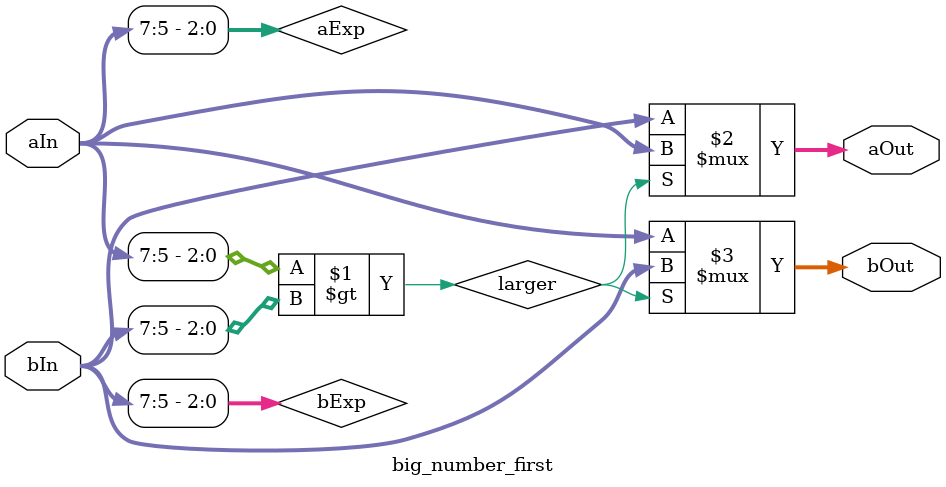
<source format=v>
module big_number_first (
    input wire [7:0] aIn,
    input wire [7:0] bIn,
    output wire [7:0] aOut,
    output wire [7:0] bOut
);

wire [2:0] aExp = aIn[7:5];
wire [2:0] bExp = bIn[7:5];

wire larger = aExp > bExp;

assign aOut = larger ? aIn : bIn;
assign bOut = larger ? bIn : aIn;

endmodule
</source>
